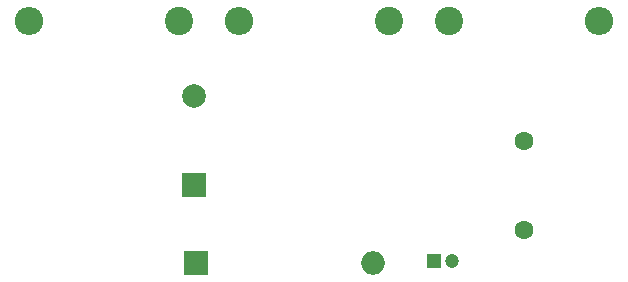
<source format=gbr>
%TF.GenerationSoftware,KiCad,Pcbnew,(6.0.4)*%
%TF.CreationDate,2022-05-30T12:30:38+05:30*%
%TF.ProjectId,vishnukumar batch 15,76697368-6e75-46b7-956d-617220626174,rev?*%
%TF.SameCoordinates,Original*%
%TF.FileFunction,Soldermask,Bot*%
%TF.FilePolarity,Negative*%
%FSLAX46Y46*%
G04 Gerber Fmt 4.6, Leading zero omitted, Abs format (unit mm)*
G04 Created by KiCad (PCBNEW (6.0.4)) date 2022-05-30 12:30:38*
%MOMM*%
%LPD*%
G01*
G04 APERTURE LIST*
%ADD10C,2.400000*%
%ADD11O,2.400000X2.400000*%
%ADD12C,1.600000*%
%ADD13R,2.000000X2.000000*%
%ADD14O,2.000000X2.000000*%
%ADD15R,1.200000X1.200000*%
%ADD16C,1.200000*%
%ADD17C,2.000000*%
G04 APERTURE END LIST*
D10*
%TO.C,R3*%
X100330000Y-78740000D03*
D11*
X87630000Y-78740000D03*
%TD*%
D10*
%TO.C,R2*%
X118110000Y-78740000D03*
D11*
X105410000Y-78740000D03*
%TD*%
D10*
%TO.C,R1*%
X123190000Y-78740000D03*
D11*
X135890000Y-78740000D03*
%TD*%
D12*
%TO.C,LDR1*%
X129540000Y-96500000D03*
X129540000Y-88900000D03*
%TD*%
D13*
%TO.C,C2*%
X101720000Y-99302500D03*
D14*
X116720000Y-99302500D03*
%TD*%
D15*
%TO.C,C1*%
X121920000Y-99060000D03*
D16*
X123420000Y-99060000D03*
%TD*%
D13*
%TO.C,BZ1*%
X101600000Y-92700000D03*
D17*
X101600000Y-85100000D03*
%TD*%
M02*

</source>
